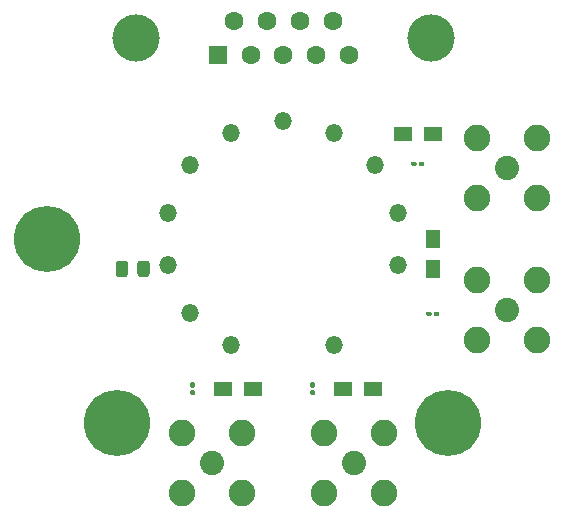
<source format=gbr>
%TF.GenerationSoftware,KiCad,Pcbnew,5.1.10*%
%TF.CreationDate,2022-04-07T13:38:10+02:00*%
%TF.ProjectId,breakoutPcb,62726561-6b6f-4757-9450-63622e6b6963,rev?*%
%TF.SameCoordinates,Original*%
%TF.FileFunction,Soldermask,Bot*%
%TF.FilePolarity,Negative*%
%FSLAX46Y46*%
G04 Gerber Fmt 4.6, Leading zero omitted, Abs format (unit mm)*
G04 Created by KiCad (PCBNEW 5.1.10) date 2022-04-07 13:38:10*
%MOMM*%
%LPD*%
G01*
G04 APERTURE LIST*
%ADD10C,5.600000*%
%ADD11R,1.550000X1.300000*%
%ADD12R,1.300000X1.550000*%
%ADD13C,4.000000*%
%ADD14C,1.600000*%
%ADD15R,1.600000X1.600000*%
%ADD16C,2.250000*%
%ADD17C,2.050000*%
%ADD18O,1.500000X1.500000*%
G04 APERTURE END LIST*
D10*
%TO.C,REF\u002A\u002A*%
X62200000Y-91800000D03*
%TD*%
%TO.C,REF\u002A\u002A*%
X90200000Y-91800000D03*
%TD*%
%TO.C,REF\u002A\u002A*%
X56200000Y-76200000D03*
%TD*%
D11*
%TO.C,L4*%
X88905000Y-67310000D03*
X86355000Y-67310000D03*
%TD*%
D12*
%TO.C,L3*%
X88900000Y-76195000D03*
X88900000Y-78745000D03*
%TD*%
D11*
%TO.C,L2*%
X83825000Y-88900000D03*
X81275000Y-88900000D03*
%TD*%
%TO.C,L1*%
X73665000Y-88900000D03*
X71115000Y-88900000D03*
%TD*%
D13*
%TO.C,J1*%
X63760000Y-59200000D03*
X88760000Y-59200000D03*
D14*
X80415000Y-57780000D03*
X77645000Y-57780000D03*
X74875000Y-57780000D03*
X72105000Y-57780000D03*
X81800000Y-60620000D03*
X79030000Y-60620000D03*
X76260000Y-60620000D03*
X73490000Y-60620000D03*
D15*
X70720000Y-60620000D03*
%TD*%
%TO.C,JP2*%
G36*
G01*
X63100000Y-78289998D02*
X63100000Y-79190002D01*
G75*
G02*
X62850002Y-79440000I-249998J0D01*
G01*
X62324998Y-79440000D01*
G75*
G02*
X62075000Y-79190002I0J249998D01*
G01*
X62075000Y-78289998D01*
G75*
G02*
X62324998Y-78040000I249998J0D01*
G01*
X62850002Y-78040000D01*
G75*
G02*
X63100000Y-78289998I0J-249998D01*
G01*
G37*
G36*
G01*
X64925000Y-78289998D02*
X64925000Y-79190002D01*
G75*
G02*
X64675002Y-79440000I-249998J0D01*
G01*
X64149998Y-79440000D01*
G75*
G02*
X63900000Y-79190002I0J249998D01*
G01*
X63900000Y-78289998D01*
G75*
G02*
X64149998Y-78040000I249998J0D01*
G01*
X64675002Y-78040000D01*
G75*
G02*
X64925000Y-78289998I0J-249998D01*
G01*
G37*
%TD*%
D16*
%TO.C,J5*%
X92660000Y-84740000D03*
X92660000Y-79660000D03*
X97740000Y-79660000D03*
X97740000Y-84740000D03*
D17*
X95200000Y-82200000D03*
%TD*%
D16*
%TO.C,J4*%
X92660000Y-72740000D03*
X92660000Y-67660000D03*
X97740000Y-67660000D03*
X97740000Y-72740000D03*
D17*
X95200000Y-70200000D03*
%TD*%
D16*
%TO.C,J3*%
X67660000Y-97740000D03*
X67660000Y-92660000D03*
X72740000Y-92660000D03*
X72740000Y-97740000D03*
D17*
X70200000Y-95200000D03*
%TD*%
D16*
%TO.C,J2*%
X79660000Y-97740000D03*
X79660000Y-92660000D03*
X84740000Y-92660000D03*
X84740000Y-97740000D03*
D17*
X82200000Y-95200000D03*
%TD*%
D18*
%TO.C,CRT1*%
X80538837Y-67190312D03*
X84018314Y-69965102D03*
X85949279Y-73974791D03*
X85949279Y-78425209D03*
X80538837Y-85209688D03*
X71861163Y-85209688D03*
X68381686Y-82434898D03*
X66450721Y-78425209D03*
X66450721Y-73974791D03*
X68381686Y-69965102D03*
X71861163Y-67190312D03*
X76200000Y-66200000D03*
%TD*%
%TO.C,C4*%
G36*
G01*
X88810000Y-82450000D02*
X88810000Y-82650000D01*
G75*
G02*
X88710000Y-82750000I-100000J0D01*
G01*
X88450000Y-82750000D01*
G75*
G02*
X88350000Y-82650000I0J100000D01*
G01*
X88350000Y-82450000D01*
G75*
G02*
X88450000Y-82350000I100000J0D01*
G01*
X88710000Y-82350000D01*
G75*
G02*
X88810000Y-82450000I0J-100000D01*
G01*
G37*
G36*
G01*
X89450000Y-82450000D02*
X89450000Y-82650000D01*
G75*
G02*
X89350000Y-82750000I-100000J0D01*
G01*
X89090000Y-82750000D01*
G75*
G02*
X88990000Y-82650000I0J100000D01*
G01*
X88990000Y-82450000D01*
G75*
G02*
X89090000Y-82350000I100000J0D01*
G01*
X89350000Y-82350000D01*
G75*
G02*
X89450000Y-82450000I0J-100000D01*
G01*
G37*
%TD*%
%TO.C,C3*%
G36*
G01*
X87540000Y-69750000D02*
X87540000Y-69950000D01*
G75*
G02*
X87440000Y-70050000I-100000J0D01*
G01*
X87180000Y-70050000D01*
G75*
G02*
X87080000Y-69950000I0J100000D01*
G01*
X87080000Y-69750000D01*
G75*
G02*
X87180000Y-69650000I100000J0D01*
G01*
X87440000Y-69650000D01*
G75*
G02*
X87540000Y-69750000I0J-100000D01*
G01*
G37*
G36*
G01*
X88180000Y-69750000D02*
X88180000Y-69950000D01*
G75*
G02*
X88080000Y-70050000I-100000J0D01*
G01*
X87820000Y-70050000D01*
G75*
G02*
X87720000Y-69950000I0J100000D01*
G01*
X87720000Y-69750000D01*
G75*
G02*
X87820000Y-69650000I100000J0D01*
G01*
X88080000Y-69650000D01*
G75*
G02*
X88180000Y-69750000I0J-100000D01*
G01*
G37*
%TD*%
%TO.C,C2*%
G36*
G01*
X68680000Y-88810000D02*
X68480000Y-88810000D01*
G75*
G02*
X68380000Y-88710000I0J100000D01*
G01*
X68380000Y-88450000D01*
G75*
G02*
X68480000Y-88350000I100000J0D01*
G01*
X68680000Y-88350000D01*
G75*
G02*
X68780000Y-88450000I0J-100000D01*
G01*
X68780000Y-88710000D01*
G75*
G02*
X68680000Y-88810000I-100000J0D01*
G01*
G37*
G36*
G01*
X68680000Y-89450000D02*
X68480000Y-89450000D01*
G75*
G02*
X68380000Y-89350000I0J100000D01*
G01*
X68380000Y-89090000D01*
G75*
G02*
X68480000Y-88990000I100000J0D01*
G01*
X68680000Y-88990000D01*
G75*
G02*
X68780000Y-89090000I0J-100000D01*
G01*
X68780000Y-89350000D01*
G75*
G02*
X68680000Y-89450000I-100000J0D01*
G01*
G37*
%TD*%
%TO.C,C1*%
G36*
G01*
X78840000Y-88810000D02*
X78640000Y-88810000D01*
G75*
G02*
X78540000Y-88710000I0J100000D01*
G01*
X78540000Y-88450000D01*
G75*
G02*
X78640000Y-88350000I100000J0D01*
G01*
X78840000Y-88350000D01*
G75*
G02*
X78940000Y-88450000I0J-100000D01*
G01*
X78940000Y-88710000D01*
G75*
G02*
X78840000Y-88810000I-100000J0D01*
G01*
G37*
G36*
G01*
X78840000Y-89450000D02*
X78640000Y-89450000D01*
G75*
G02*
X78540000Y-89350000I0J100000D01*
G01*
X78540000Y-89090000D01*
G75*
G02*
X78640000Y-88990000I100000J0D01*
G01*
X78840000Y-88990000D01*
G75*
G02*
X78940000Y-89090000I0J-100000D01*
G01*
X78940000Y-89350000D01*
G75*
G02*
X78840000Y-89450000I-100000J0D01*
G01*
G37*
%TD*%
M02*

</source>
